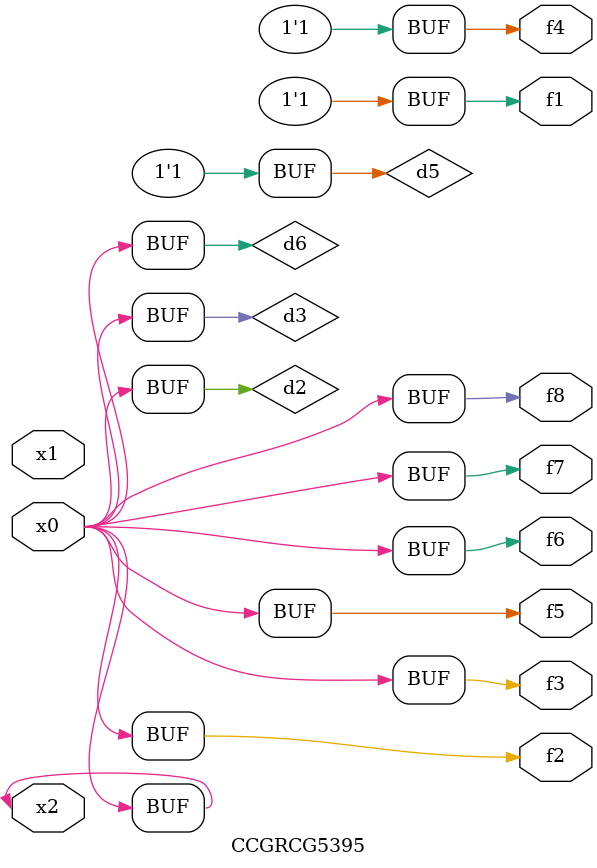
<source format=v>
module CCGRCG5395(
	input x0, x1, x2,
	output f1, f2, f3, f4, f5, f6, f7, f8
);

	wire d1, d2, d3, d4, d5, d6;

	xnor (d1, x2);
	buf (d2, x0, x2);
	and (d3, x0);
	xnor (d4, x1, x2);
	nand (d5, d1, d3);
	buf (d6, d2, d3);
	assign f1 = d5;
	assign f2 = d6;
	assign f3 = d6;
	assign f4 = d5;
	assign f5 = d6;
	assign f6 = d6;
	assign f7 = d6;
	assign f8 = d6;
endmodule

</source>
